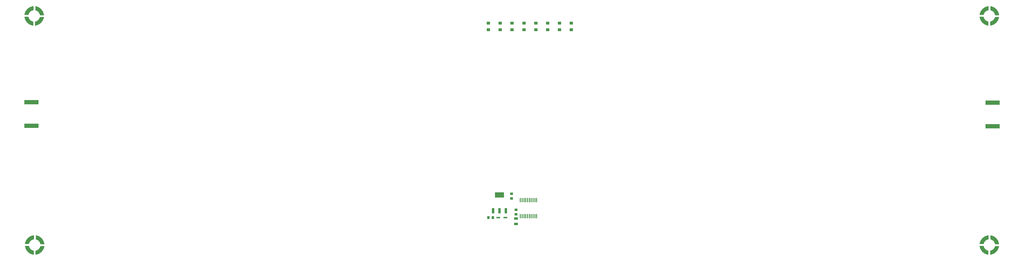
<source format=gbr>
%TF.GenerationSoftware,Altium Limited,Altium Designer,24.4.1 (13)*%
G04 Layer_Color=128*
%FSLAX45Y45*%
%MOMM*%
%TF.SameCoordinates,4FF739F8-A24E-4C84-90D3-729B67262028*%
%TF.FilePolarity,Positive*%
%TF.FileFunction,Paste,Bot*%
%TF.Part,Single*%
G01*
G75*
%TA.AperFunction,ConnectorPad*%
%ADD10R,5.08000X1.52000*%
%TA.AperFunction,SMDPad,CuDef*%
%ADD11R,1.40000X0.55000*%
G04:AMPARAMS|DCode=26|XSize=1.57mm|YSize=0.41mm|CornerRadius=0.1025mm|HoleSize=0mm|Usage=FLASHONLY|Rotation=270.000|XOffset=0mm|YOffset=0mm|HoleType=Round|Shape=RoundedRectangle|*
%AMROUNDEDRECTD26*
21,1,1.57000,0.20500,0,0,270.0*
21,1,1.36500,0.41000,0,0,270.0*
1,1,0.20500,-0.10250,-0.68250*
1,1,0.20500,-0.10250,0.68250*
1,1,0.20500,0.10250,0.68250*
1,1,0.20500,0.10250,-0.68250*
%
%ADD26ROUNDEDRECTD26*%
%ADD27R,1.30000X1.10000*%
%ADD28R,1.40000X0.90000*%
%ADD29R,1.00000X0.85000*%
%ADD30R,3.25000X1.95000*%
%ADD31R,0.90000X1.95000*%
%ADD32R,0.85000X1.00000*%
%TA.AperFunction,NonConductor*%
%ADD49C,0.25400*%
G36*
X2904786Y4394680D02*
X2877553Y4399587D01*
X2825274Y4417744D01*
X2776449Y4443800D01*
X2732265Y4477125D01*
X2693794Y4516909D01*
X2661969Y4562186D01*
X2637564Y4611856D01*
X2621171Y4664715D01*
X2617180Y4692097D01*
X2617180Y4692097D01*
X2739519D01*
X2742992Y4676669D01*
X2753223Y4646764D01*
X2767649Y4618641D01*
X2785968Y4592884D01*
X2807801Y4570029D01*
X2832693Y4550551D01*
X2860127Y4534855D01*
X2889533Y4523267D01*
X2904786Y4519092D01*
Y4519092D01*
X2904786Y4394680D01*
D02*
G37*
G36*
X2617180Y4782714D02*
X2622087Y4809946D01*
X2640243Y4862226D01*
X2666300Y4911050D01*
X2699625Y4955235D01*
X2739409Y4993706D01*
X2784686Y5025530D01*
X2834356Y5049936D01*
X2887215Y5066328D01*
X2914597Y5070320D01*
X2914597D01*
Y4947981D01*
X2899169Y4944508D01*
X2869264Y4934277D01*
X2841141Y4919851D01*
X2815384Y4901532D01*
X2792529Y4879699D01*
X2773051Y4854807D01*
X2757355Y4827373D01*
X2745766Y4797967D01*
X2741592Y4782714D01*
X2741592Y4782714D01*
X2617180D01*
D02*
G37*
G36*
X3292820Y4682286D02*
X3287912Y4655053D01*
X3269756Y4602774D01*
X3243699Y4553949D01*
X3210375Y4509765D01*
X3170591Y4471294D01*
X3125314Y4439469D01*
X3075643Y4415064D01*
X3022784Y4398671D01*
X2995403Y4394680D01*
Y4394680D01*
X2995402Y4517019D01*
X3010830Y4520492D01*
X3040736Y4530723D01*
X3068859Y4545149D01*
X3094616Y4563468D01*
X3117471Y4585301D01*
X3136949Y4610193D01*
X3152645Y4637627D01*
X3164233Y4667033D01*
X3168408Y4682286D01*
D01*
X3292820Y4682286D01*
D02*
G37*
G36*
X3005214Y5070320D02*
X3032446Y5065413D01*
X3084726Y5047256D01*
X3133550Y5021200D01*
X3177735Y4987875D01*
X3216206Y4948091D01*
X3248030Y4902814D01*
X3272435Y4853143D01*
X3288828Y4800285D01*
X3292820Y4772903D01*
D01*
X3170481Y4772903D01*
X3167008Y4788331D01*
X3156777Y4818236D01*
X3142351Y4846359D01*
X3124032Y4872116D01*
X3102199Y4894971D01*
X3077307Y4914449D01*
X3049872Y4930145D01*
X3020466Y4941733D01*
X3005213Y4945908D01*
X3005214D01*
Y5070320D01*
D02*
G37*
G36*
X2887286Y12614680D02*
X2860053Y12619587D01*
X2807774Y12637743D01*
X2758950Y12663800D01*
X2714765Y12697125D01*
X2676294Y12736908D01*
X2644469Y12782186D01*
X2620064Y12831856D01*
X2603671Y12884715D01*
X2599680Y12912097D01*
X2599680Y12912097D01*
X2722019D01*
X2725492Y12896669D01*
X2735723Y12866763D01*
X2750149Y12838641D01*
X2768468Y12812885D01*
X2790301Y12790029D01*
X2815193Y12770551D01*
X2842627Y12754855D01*
X2872033Y12743266D01*
X2887286Y12739092D01*
Y12739092D01*
X2887286Y12614680D01*
D02*
G37*
G36*
X2599680Y13002715D02*
X2604587Y13029945D01*
X2622744Y13082227D01*
X2648800Y13131050D01*
X2682125Y13175235D01*
X2721909Y13213705D01*
X2767186Y13245531D01*
X2816856Y13269936D01*
X2869715Y13286328D01*
X2897097Y13290320D01*
X2897097D01*
Y13167981D01*
X2881669Y13164508D01*
X2851764Y13154276D01*
X2823641Y13139851D01*
X2797884Y13121532D01*
X2775029Y13099699D01*
X2755551Y13074808D01*
X2739855Y13047372D01*
X2728267Y13017966D01*
X2724092Y13002713D01*
X2724092Y13002715D01*
X2599680D01*
D02*
G37*
G36*
X3275320Y12902286D02*
X3270413Y12875053D01*
X3252256Y12822774D01*
X3226200Y12773949D01*
X3192875Y12729765D01*
X3153091Y12691294D01*
X3107814Y12659469D01*
X3058143Y12635064D01*
X3005285Y12618671D01*
X2977903Y12614680D01*
Y12614680D01*
X2977903Y12737019D01*
X2993331Y12740492D01*
X3023236Y12750723D01*
X3051359Y12765148D01*
X3077116Y12783468D01*
X3099971Y12805301D01*
X3119449Y12830193D01*
X3135145Y12857626D01*
X3146733Y12887033D01*
X3150908Y12902286D01*
D01*
X3275320Y12902286D01*
D02*
G37*
G36*
X2987714Y13290320D02*
X3014946Y13285413D01*
X3067226Y13267256D01*
X3116050Y13241199D01*
X3160235Y13207875D01*
X3198706Y13168091D01*
X3230530Y13122813D01*
X3254936Y13073143D01*
X3271328Y13020284D01*
X3275320Y12992903D01*
D01*
X3152981Y12992902D01*
X3149508Y13008330D01*
X3139277Y13038235D01*
X3124851Y13066359D01*
X3106532Y13092116D01*
X3084699Y13114970D01*
X3059807Y13134448D01*
X3032373Y13150145D01*
X3002967Y13161732D01*
X2987714Y13165907D01*
X2987714D01*
Y13290320D01*
D02*
G37*
G36*
X37114786Y4394680D02*
X37087552Y4399587D01*
X37035275Y4417744D01*
X36986450Y4443800D01*
X36942264Y4477125D01*
X36903793Y4516909D01*
X36871970Y4562186D01*
X36847565Y4611856D01*
X36831171Y4664715D01*
X36827179Y4692097D01*
X36827179Y4692097D01*
X36949518D01*
X36952991Y4676669D01*
X36963223Y4646764D01*
X36977649Y4618641D01*
X36995969Y4592884D01*
X37017801Y4570029D01*
X37042694Y4550551D01*
X37070126Y4534855D01*
X37099533Y4523267D01*
X37114786Y4519092D01*
Y4519092D01*
X37114786Y4394680D01*
D02*
G37*
G36*
X36827179Y4782714D02*
X36832086Y4809946D01*
X36850244Y4862226D01*
X36876300Y4911050D01*
X36909625Y4955235D01*
X36949408Y4993706D01*
X36994687Y5025530D01*
X37044357Y5049936D01*
X37097214Y5066328D01*
X37124597Y5070320D01*
X37124597D01*
Y4947981D01*
X37109167Y4944508D01*
X37079263Y4934277D01*
X37051141Y4919851D01*
X37025385Y4901532D01*
X37002530Y4879699D01*
X36983051Y4854807D01*
X36967355Y4827373D01*
X36955768Y4797967D01*
X36951593Y4782714D01*
X36951593Y4782714D01*
X36827179D01*
D02*
G37*
G36*
X37502820Y4682286D02*
X37497913Y4655053D01*
X37479755Y4602774D01*
X37453699Y4553949D01*
X37420374Y4509765D01*
X37380591Y4471294D01*
X37335315Y4439469D01*
X37285641Y4415064D01*
X37232785Y4398671D01*
X37205402Y4394680D01*
Y4394680D01*
X37205402Y4517019D01*
X37220831Y4520492D01*
X37250735Y4530723D01*
X37278860Y4545149D01*
X37304617Y4563468D01*
X37327472Y4585301D01*
X37346948Y4610193D01*
X37362646Y4637627D01*
X37374234Y4667033D01*
X37378409Y4682286D01*
D01*
X37502820Y4682286D01*
D02*
G37*
G36*
X37215213Y5070320D02*
X37242447Y5065413D01*
X37294727Y5047256D01*
X37343549Y5021200D01*
X37387735Y4987875D01*
X37426205Y4948091D01*
X37458029Y4902814D01*
X37482437Y4853143D01*
X37498828Y4800285D01*
X37502820Y4772903D01*
D01*
X37380481Y4772903D01*
X37377008Y4788331D01*
X37366776Y4818236D01*
X37352350Y4846359D01*
X37334033Y4872116D01*
X37312198Y4894971D01*
X37287308Y4914449D01*
X37259872Y4930145D01*
X37230466Y4941733D01*
X37215213Y4945908D01*
X37215213D01*
Y5070320D01*
D02*
G37*
G36*
X37114786Y12614680D02*
X37087552Y12619587D01*
X37035275Y12637743D01*
X36986450Y12663800D01*
X36942264Y12697125D01*
X36903793Y12736908D01*
X36871970Y12782186D01*
X36847565Y12831856D01*
X36831171Y12884715D01*
X36827179Y12912097D01*
X36827179Y12912097D01*
X36949518D01*
X36952991Y12896669D01*
X36963223Y12866763D01*
X36977649Y12838641D01*
X36995969Y12812885D01*
X37017801Y12790029D01*
X37042694Y12770551D01*
X37070126Y12754855D01*
X37099533Y12743266D01*
X37114786Y12739092D01*
Y12739092D01*
X37114786Y12614680D01*
D02*
G37*
G36*
X36827179Y13002715D02*
X36832086Y13029945D01*
X36850244Y13082227D01*
X36876300Y13131050D01*
X36909625Y13175235D01*
X36949408Y13213705D01*
X36994687Y13245531D01*
X37044357Y13269936D01*
X37097214Y13286328D01*
X37124597Y13290320D01*
X37124597D01*
Y13167981D01*
X37109167Y13164508D01*
X37079263Y13154276D01*
X37051141Y13139851D01*
X37025385Y13121532D01*
X37002530Y13099699D01*
X36983051Y13074808D01*
X36967355Y13047372D01*
X36955768Y13017966D01*
X36951593Y13002713D01*
X36951593Y13002715D01*
X36827179D01*
D02*
G37*
G36*
X37502820Y12902286D02*
X37497913Y12875053D01*
X37479755Y12822774D01*
X37453699Y12773949D01*
X37420374Y12729765D01*
X37380591Y12691294D01*
X37335315Y12659469D01*
X37285641Y12635064D01*
X37232785Y12618671D01*
X37205402Y12614680D01*
Y12614680D01*
X37205402Y12737019D01*
X37220831Y12740492D01*
X37250735Y12750723D01*
X37278860Y12765148D01*
X37304617Y12783468D01*
X37327472Y12805301D01*
X37346948Y12830193D01*
X37362646Y12857626D01*
X37374234Y12887033D01*
X37378409Y12902286D01*
D01*
X37502820Y12902286D01*
D02*
G37*
G36*
X37215213Y13290320D02*
X37242447Y13285413D01*
X37294727Y13267256D01*
X37343549Y13241199D01*
X37387735Y13207875D01*
X37426205Y13168091D01*
X37458029Y13122813D01*
X37482437Y13073143D01*
X37498828Y13020284D01*
X37502820Y12992903D01*
D01*
X37380481Y12992902D01*
X37377008Y13008330D01*
X37366776Y13038235D01*
X37352350Y13066359D01*
X37334033Y13092116D01*
X37312198Y13114970D01*
X37287308Y13134448D01*
X37259872Y13150145D01*
X37230466Y13161732D01*
X37215213Y13165907D01*
X37215213D01*
Y13290320D01*
D02*
G37*
D10*
X2841500Y9008500D02*
D03*
Y9856500D02*
D03*
X37283499Y8996000D02*
D03*
Y9844000D02*
D03*
D11*
X19827200Y5714100D02*
D03*
X19572200D02*
D03*
D26*
X20359700Y6344000D02*
D03*
X20424699D02*
D03*
X20489700D02*
D03*
X20554700D02*
D03*
X20619701D02*
D03*
X20684700D02*
D03*
X20749699D02*
D03*
X20814700D02*
D03*
X20879700D02*
D03*
X20944701D02*
D03*
Y5770000D02*
D03*
X20879700D02*
D03*
X20814700D02*
D03*
X20749699D02*
D03*
X20684700D02*
D03*
X20619701D02*
D03*
X20554700D02*
D03*
X20489700D02*
D03*
X20424699D02*
D03*
X20359700D02*
D03*
D27*
X20064642Y12460000D02*
D03*
Y12690000D02*
D03*
X19217500Y12460000D02*
D03*
Y12690000D02*
D03*
X19641071Y12460000D02*
D03*
Y12690000D02*
D03*
X20911784Y12460000D02*
D03*
Y12690000D02*
D03*
X20488214Y12460000D02*
D03*
Y12690000D02*
D03*
X21335358Y12460000D02*
D03*
Y12690000D02*
D03*
X21758928Y12460000D02*
D03*
Y12690000D02*
D03*
X22182500Y12460000D02*
D03*
Y12690000D02*
D03*
D28*
X20207700Y5684600D02*
D03*
Y5489600D02*
D03*
D29*
X20042599Y6571300D02*
D03*
Y6406300D02*
D03*
X20207700Y5834800D02*
D03*
Y5999800D02*
D03*
D30*
X19610800Y6530000D02*
D03*
D31*
X19380800Y5965000D02*
D03*
X19610800D02*
D03*
X19840800D02*
D03*
D32*
X19375800Y5714100D02*
D03*
X19210800D02*
D03*
D49*
X37124597Y4947981D02*
G03*
X36951593Y4782714I40403J-215481D01*
G01*
X37124597Y5070320D02*
G03*
X36827179Y4782714I51080J-350407D01*
G01*
X37380481Y4772903D02*
G03*
X37215213Y4945908I-215481J-40403D01*
G01*
X37502820Y4772903D02*
G03*
X37215213Y5070320I-350407J-51080D01*
G01*
X37205402Y4517019D02*
G03*
X37378409Y4682286I-40403J215481D01*
G01*
X37205402Y4394680D02*
G03*
X37502820Y4682286I-51080J350407D01*
G01*
X36949518Y4692097D02*
G03*
X37114786Y4519092I215481J40403D01*
G01*
X36827179Y4692097D02*
G03*
X37114786Y4394680I350407J51080D01*
G01*
X37205402Y12737019D02*
G03*
X37378409Y12902286I-40403J215481D01*
G01*
X37205402Y12614680D02*
G03*
X37502820Y12902286I-51080J350407D01*
G01*
X36949518Y12912097D02*
G03*
X37114786Y12739092I215481J40403D01*
G01*
X36827179Y12912097D02*
G03*
X37114786Y12614680I350407J51080D01*
G01*
X37124597Y13167981D02*
G03*
X36951593Y13002715I40403J-215481D01*
G01*
X37124597Y13290320D02*
G03*
X36827179Y13002715I51080J-350407D01*
G01*
X37380481Y12992903D02*
G03*
X37215213Y13165907I-215481J-40403D01*
G01*
X37502820Y12992903D02*
G03*
X37215213Y13290320I-350407J-51080D01*
G01*
X2617180Y4692097D02*
G03*
X2904786Y4394680I350407J51080D01*
G01*
X2739519Y4692097D02*
G03*
X2904786Y4519092I215481J40403D01*
G01*
X2995403Y4394680D02*
G03*
X3292820Y4682286I-51080J350407D01*
G01*
X2995403Y4517019D02*
G03*
X3168408Y4682286I-40403J215481D01*
G01*
X3292820Y4772903D02*
G03*
X3005214Y5070320I-350407J-51080D01*
G01*
X3170481Y4772903D02*
G03*
X3005214Y4945908I-215481J-40403D01*
G01*
X2914597Y5070320D02*
G03*
X2617180Y4782714I51080J-350407D01*
G01*
X2914597Y4947981D02*
G03*
X2741592Y4782714I40403J-215481D01*
G01*
X2599680Y12912097D02*
G03*
X2887286Y12614680I350407J51080D01*
G01*
X2722019Y12912097D02*
G03*
X2887286Y12739092I215481J40403D01*
G01*
X2977903Y12614680D02*
G03*
X3275320Y12902286I-51080J350407D01*
G01*
X2977903Y12737019D02*
G03*
X3150908Y12902286I-40403J215481D01*
G01*
X3275320Y12992903D02*
G03*
X2987714Y13290320I-350407J-51080D01*
G01*
X3152981Y12992903D02*
G03*
X2987714Y13165907I-215481J-40403D01*
G01*
X2897097Y13290320D02*
G03*
X2599680Y13002715I51080J-350407D01*
G01*
X2897097Y13167981D02*
G03*
X2724092Y13002715I40403J-215481D01*
G01*
X36827179Y4782714D02*
X36951593D01*
X37124597Y4947981D02*
Y5070320D01*
X37215213Y4945908D02*
Y5070320D01*
X37380481Y4772903D02*
X37502820D01*
X37378409Y4682286D02*
X37502820D01*
X37205402Y4394680D02*
Y4517019D01*
X37114786Y4394680D02*
Y4519092D01*
X36827179Y4692097D02*
X36949518D01*
X37378409Y12902286D02*
X37502820D01*
X37205402Y12614680D02*
Y12737019D01*
X37114786Y12614680D02*
Y12739092D01*
X36827179Y12912097D02*
X36949518D01*
X36827179Y13002715D02*
X36951593D01*
X37124597Y13167981D02*
Y13290320D01*
X37215213Y13165907D02*
Y13290320D01*
X37380481Y12992903D02*
X37502820D01*
X2617180Y4692097D02*
X2739519D01*
X2904786Y4394680D02*
Y4519092D01*
X2995403Y4394680D02*
Y4517019D01*
X3168408Y4682286D02*
X3292820D01*
X3170481Y4772903D02*
X3292820D01*
X3005214Y4945908D02*
Y5070320D01*
X2914597Y4947981D02*
Y5070320D01*
X2617180Y4782714D02*
X2741592D01*
X2599680Y12912097D02*
X2722019D01*
X2887286Y12614680D02*
Y12739092D01*
X2977903Y12614680D02*
Y12737019D01*
X3150908Y12902286D02*
X3275320D01*
X3152981Y12992903D02*
X3275320D01*
X2987714Y13165907D02*
Y13290320D01*
X2897097Y13167981D02*
Y13290320D01*
X2599680Y13002715D02*
X2724092D01*
%TF.MD5,c1e5c8070b113725a16fb9970cd94fed*%
M02*

</source>
